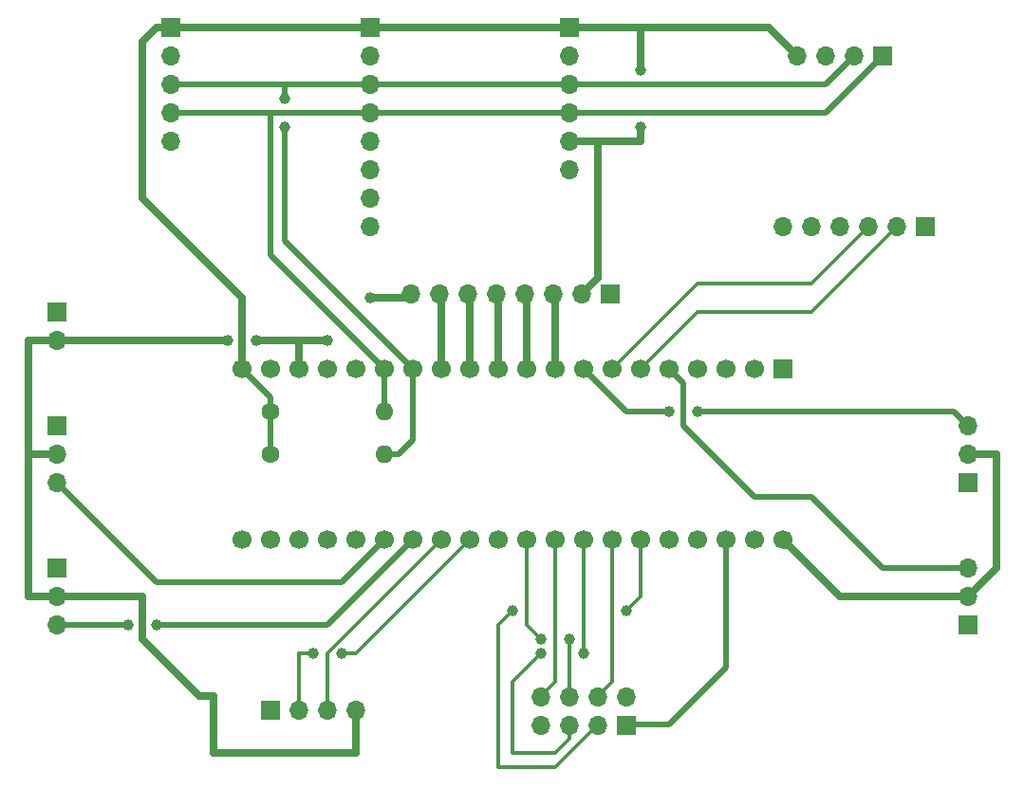
<source format=gbr>
%TF.GenerationSoftware,KiCad,Pcbnew,(6.0.8)*%
%TF.CreationDate,2022-12-03T20:58:23+01:00*%
%TF.ProjectId,f411,66343131-2e6b-4696-9361-645f70636258,V01*%
%TF.SameCoordinates,Original*%
%TF.FileFunction,Copper,L1,Top*%
%TF.FilePolarity,Positive*%
%FSLAX46Y46*%
G04 Gerber Fmt 4.6, Leading zero omitted, Abs format (unit mm)*
G04 Created by KiCad (PCBNEW (6.0.8)) date 2022-12-03 20:58:23*
%MOMM*%
%LPD*%
G01*
G04 APERTURE LIST*
%TA.AperFunction,ComponentPad*%
%ADD10C,1.700000*%
%TD*%
%TA.AperFunction,ComponentPad*%
%ADD11R,1.700000X1.700000*%
%TD*%
%TA.AperFunction,ComponentPad*%
%ADD12O,1.700000X1.700000*%
%TD*%
%TA.AperFunction,ComponentPad*%
%ADD13C,1.600000*%
%TD*%
%TA.AperFunction,ComponentPad*%
%ADD14O,1.600000X1.600000*%
%TD*%
%TA.AperFunction,ViaPad*%
%ADD15C,1.000000*%
%TD*%
%TA.AperFunction,Conductor*%
%ADD16C,0.700000*%
%TD*%
%TA.AperFunction,Conductor*%
%ADD17C,0.500000*%
%TD*%
%TA.AperFunction,Conductor*%
%ADD18C,0.300000*%
%TD*%
G04 APERTURE END LIST*
D10*
%TO.P,U1,40,5V*%
%TO.N,+5V*%
X148590000Y-124460000D03*
%TO.P,U1,39,GND*%
%TO.N,GND*%
X146050000Y-124460000D03*
%TO.P,U1,38,3V3*%
%TO.N,+3.3V*%
X143510000Y-124460000D03*
%TO.P,U1,37,PB10*%
%TO.N,unconnected-(U1-Pad37)*%
X140970000Y-124460000D03*
%TO.P,U1,36,PB2*%
%TO.N,unconnected-(U1-Pad36)*%
X138430000Y-124460000D03*
%TO.P,U1,35,PB1*%
%TO.N,Net-(U1-Pad35)*%
X135890000Y-124460000D03*
%TO.P,U1,34,PB0*%
%TO.N,Net-(U1-Pad34)*%
X133350000Y-124460000D03*
%TO.P,U1,33,PA7*%
%TO.N,Net-(U1-Pad33)*%
X130810000Y-124460000D03*
%TO.P,U1,32,PA6*%
%TO.N,Net-(U1-Pad32)*%
X128270000Y-124460000D03*
%TO.P,U1,31,PA5*%
%TO.N,Net-(U1-Pad31)*%
X125730000Y-124460000D03*
%TO.P,U1,30,PA4*%
%TO.N,unconnected-(U1-Pad30)*%
X123190000Y-124460000D03*
%TO.P,U1,29,PA3*%
%TO.N,Net-(J8-Pad2)*%
X120650000Y-124460000D03*
%TO.P,U1,28,PA2*%
%TO.N,Net-(J8-Pad3)*%
X118110000Y-124460000D03*
%TO.P,U1,27,PA1*%
%TO.N,Net-(J1-Pad3)*%
X115570000Y-124460000D03*
%TO.P,U1,26,PA0*%
%TO.N,Net-(J2-Pad3)*%
X113030000Y-124460000D03*
%TO.P,U1,25,RES*%
%TO.N,unconnected-(U1-Pad25)*%
X110490000Y-124460000D03*
%TO.P,U1,24,PC15*%
%TO.N,unconnected-(U1-Pad24)*%
X107950000Y-124460000D03*
%TO.P,U1,23,PC14*%
%TO.N,unconnected-(U1-Pad23)*%
X105410000Y-124460000D03*
%TO.P,U1,22,PC13*%
%TO.N,unconnected-(U1-Pad22)*%
X102870000Y-124460000D03*
%TO.P,U1,21,VBat*%
%TO.N,unconnected-(U1-Pad21)*%
X100330000Y-124460000D03*
%TO.P,U1,20,3V3*%
%TO.N,+3.3V*%
X100330000Y-109220000D03*
%TO.P,U1,19,GND*%
%TO.N,GND*%
X102870000Y-109220000D03*
%TO.P,U1,18,5V*%
%TO.N,+5V*%
X105410000Y-109220000D03*
%TO.P,U1,17,PB9*%
%TO.N,unconnected-(U1-Pad17)*%
X107950000Y-109220000D03*
%TO.P,U1,16,PB8*%
%TO.N,unconnected-(U1-Pad16)*%
X110490000Y-109220000D03*
%TO.P,U1,15,PB7*%
%TO.N,Net-(J10-Pad4)*%
X113030000Y-109220000D03*
%TO.P,U1,14,PB6*%
%TO.N,Net-(J10-Pad3)*%
X115570000Y-109220000D03*
%TO.P,U1,13,PB5*%
%TO.N,Net-(J14-Pad7)*%
X118110000Y-109220000D03*
%TO.P,U1,12,PB4*%
%TO.N,Net-(J14-Pad6)*%
X120650000Y-109220000D03*
%TO.P,U1,11,PB3*%
%TO.N,Net-(J14-Pad5)*%
X123190000Y-109220000D03*
%TO.P,U1,10,PA15*%
%TO.N,Net-(J14-Pad4)*%
X125730000Y-109220000D03*
%TO.P,U1,9,PA12*%
%TO.N,Net-(J14-Pad3)*%
X128270000Y-109220000D03*
%TO.P,U1,8,PA11*%
%TO.N,Net-(J9-Pad3)*%
X130810000Y-109220000D03*
%TO.P,U1,7,PA10*%
%TO.N,Net-(J4-Pad3)*%
X133350000Y-109220000D03*
%TO.P,U1,6,PA9*%
%TO.N,Net-(J4-Pad2)*%
X135890000Y-109220000D03*
%TO.P,U1,5,PA8*%
%TO.N,Net-(J3-Pad3)*%
X138430000Y-109220000D03*
%TO.P,U1,4,PB15*%
%TO.N,unconnected-(U1-Pad4)*%
X140970000Y-109220000D03*
%TO.P,U1,3,PB14*%
%TO.N,unconnected-(U1-Pad3)*%
X143510000Y-109220000D03*
%TO.P,U1,2,PB13*%
%TO.N,unconnected-(U1-Pad2)*%
X146050000Y-109220000D03*
D11*
%TO.P,U1,1,PB12*%
%TO.N,unconnected-(U1-Pad1)*%
X148590000Y-109220000D03*
%TD*%
%TO.P,J6,1,Pin_1*%
%TO.N,+3.3V*%
X134620000Y-140990000D03*
D12*
%TO.P,J6,2,Pin_2*%
%TO.N,GND*%
X134620000Y-138450000D03*
%TO.P,J6,3,Pin_3*%
%TO.N,Net-(U1-Pad35)*%
X132080000Y-140990000D03*
%TO.P,J6,4,Pin_4*%
%TO.N,Net-(U1-Pad34)*%
X132080000Y-138450000D03*
%TO.P,J6,5,Pin_5*%
%TO.N,Net-(U1-Pad33)*%
X129540000Y-140990000D03*
%TO.P,J6,6,Pin_6*%
%TO.N,Net-(U1-Pad31)*%
X129540000Y-138450000D03*
%TO.P,J6,7,Pin_7*%
%TO.N,unconnected-(J6-Pad7)*%
X127000000Y-140990000D03*
%TO.P,J6,8,Pin_8*%
%TO.N,Net-(U1-Pad32)*%
X127000000Y-138450000D03*
%TD*%
D11*
%TO.P,J13,1,Pin_1*%
%TO.N,Net-(J10-Pad4)*%
X157480000Y-81280000D03*
D12*
%TO.P,J13,2,Pin_2*%
%TO.N,Net-(J10-Pad3)*%
X154940000Y-81280000D03*
%TO.P,J13,3,Pin_3*%
%TO.N,GND*%
X152400000Y-81280000D03*
%TO.P,J13,4,Pin_4*%
%TO.N,+3.3V*%
X149860000Y-81280000D03*
%TD*%
D11*
%TO.P,J2,1,Pin_1*%
%TO.N,GND*%
X83820000Y-114300000D03*
D12*
%TO.P,J2,2,Pin_2*%
%TO.N,+5V*%
X83820000Y-116840000D03*
%TO.P,J2,3,Pin_3*%
%TO.N,Net-(J2-Pad3)*%
X83820000Y-119380000D03*
%TD*%
D11*
%TO.P,J5,1,Pin_1*%
%TO.N,GND*%
X83820000Y-104140000D03*
D12*
%TO.P,J5,2,Pin_2*%
%TO.N,+5V*%
X83820000Y-106680000D03*
%TD*%
D11*
%TO.P,J11,1,Pin_1*%
%TO.N,+3.3V*%
X111760000Y-78740000D03*
D12*
%TO.P,J11,2,Pin_2*%
%TO.N,GND*%
X111760000Y-81280000D03*
%TO.P,J11,3,Pin_3*%
%TO.N,Net-(J10-Pad3)*%
X111760000Y-83820000D03*
%TO.P,J11,4,Pin_4*%
%TO.N,Net-(J10-Pad4)*%
X111760000Y-86360000D03*
%TO.P,J11,5,Pin_5*%
%TO.N,unconnected-(J11-Pad5)*%
X111760000Y-88900000D03*
%TO.P,J11,6,Pin_6*%
%TO.N,unconnected-(J11-Pad6)*%
X111760000Y-91440000D03*
%TO.P,J11,7,Pin_7*%
%TO.N,unconnected-(J11-Pad7)*%
X111760000Y-93980000D03*
%TO.P,J11,8,Pin_8*%
%TO.N,unconnected-(J11-Pad8)*%
X111760000Y-96520000D03*
%TD*%
D11*
%TO.P,J12,1,Pin_1*%
%TO.N,+3.3V*%
X129540000Y-78740000D03*
D12*
%TO.P,J12,2,Pin_2*%
%TO.N,GND*%
X129540000Y-81280000D03*
%TO.P,J12,3,Pin_3*%
%TO.N,Net-(J10-Pad3)*%
X129540000Y-83820000D03*
%TO.P,J12,4,Pin_4*%
%TO.N,Net-(J10-Pad4)*%
X129540000Y-86360000D03*
%TO.P,J12,5,Pin_5*%
%TO.N,+3.3V*%
X129540000Y-88900000D03*
%TO.P,J12,6,Pin_6*%
%TO.N,GND*%
X129540000Y-91440000D03*
%TD*%
D11*
%TO.P,J10,1,Pin_1*%
%TO.N,+3.3V*%
X93980000Y-78740000D03*
D12*
%TO.P,J10,2,Pin_2*%
%TO.N,GND*%
X93980000Y-81280000D03*
%TO.P,J10,3,Pin_3*%
%TO.N,Net-(J10-Pad3)*%
X93980000Y-83820000D03*
%TO.P,J10,4,Pin_4*%
%TO.N,Net-(J10-Pad4)*%
X93980000Y-86360000D03*
%TO.P,J10,5,Pin_5*%
%TO.N,unconnected-(J10-Pad5)*%
X93980000Y-88900000D03*
%TD*%
D11*
%TO.P,J3,1,Pin_1*%
%TO.N,GND*%
X165100000Y-132080000D03*
D12*
%TO.P,J3,2,Pin_2*%
%TO.N,+5V*%
X165100000Y-129540000D03*
%TO.P,J3,3,Pin_3*%
%TO.N,Net-(J3-Pad3)*%
X165100000Y-127000000D03*
%TD*%
D11*
%TO.P,J4,1,Pin_1*%
%TO.N,unconnected-(J4-Pad1)*%
X161290000Y-96520000D03*
D12*
%TO.P,J4,2,Pin_2*%
%TO.N,Net-(J4-Pad2)*%
X158750000Y-96520000D03*
%TO.P,J4,3,Pin_3*%
%TO.N,Net-(J4-Pad3)*%
X156210000Y-96520000D03*
%TO.P,J4,4,Pin_4*%
%TO.N,unconnected-(J4-Pad4)*%
X153670000Y-96520000D03*
%TO.P,J4,5,Pin_5*%
%TO.N,unconnected-(J4-Pad5)*%
X151130000Y-96520000D03*
%TO.P,J4,6,Pin_6*%
%TO.N,GND*%
X148590000Y-96520000D03*
%TD*%
D11*
%TO.P,J8,1,Pin_1*%
%TO.N,GND*%
X102880000Y-139700000D03*
D12*
%TO.P,J8,2,Pin_2*%
%TO.N,Net-(J8-Pad2)*%
X105420000Y-139700000D03*
%TO.P,J8,3,Pin_3*%
%TO.N,Net-(J8-Pad3)*%
X107960000Y-139700000D03*
%TO.P,J8,4,Pin_4*%
%TO.N,+5V*%
X110500000Y-139700000D03*
%TD*%
D13*
%TO.P,R10k1,1*%
%TO.N,+3.3V*%
X102870000Y-113030000D03*
D14*
%TO.P,R10k1,2*%
%TO.N,Net-(J10-Pad4)*%
X113030000Y-113030000D03*
%TD*%
D11*
%TO.P,J9,1,Pin_1*%
%TO.N,GND*%
X165100000Y-119380000D03*
D12*
%TO.P,J9,2,Pin_2*%
%TO.N,+5V*%
X165100000Y-116840000D03*
%TO.P,J9,3,Pin_3*%
%TO.N,Net-(J9-Pad3)*%
X165100000Y-114300000D03*
%TD*%
D13*
%TO.P,R10k2,1*%
%TO.N,+3.3V*%
X102870000Y-116840000D03*
D14*
%TO.P,R10k2,2*%
%TO.N,Net-(J10-Pad3)*%
X113030000Y-116840000D03*
%TD*%
D11*
%TO.P,J1,1,Pin_1*%
%TO.N,GND*%
X83820000Y-127000000D03*
D12*
%TO.P,J1,2,Pin_2*%
%TO.N,+5V*%
X83820000Y-129540000D03*
%TO.P,J1,3,Pin_3*%
%TO.N,Net-(J1-Pad3)*%
X83820000Y-132080000D03*
%TD*%
D11*
%TO.P,J14,1,Pin_1*%
%TO.N,GND*%
X133197600Y-102463600D03*
D12*
%TO.P,J14,2,Pin_2*%
%TO.N,+3.3V*%
X130657600Y-102463600D03*
%TO.P,J14,3,Pin_3*%
%TO.N,Net-(J14-Pad3)*%
X128117600Y-102463600D03*
%TO.P,J14,4,Pin_4*%
%TO.N,Net-(J14-Pad4)*%
X125577600Y-102463600D03*
%TO.P,J14,5,Pin_5*%
%TO.N,Net-(J14-Pad5)*%
X123037600Y-102463600D03*
%TO.P,J14,6,Pin_6*%
%TO.N,Net-(J14-Pad6)*%
X120497600Y-102463600D03*
%TO.P,J14,7,Pin_7*%
%TO.N,Net-(J14-Pad7)*%
X117957600Y-102463600D03*
%TO.P,J14,8,Pin_8*%
%TO.N,+5V*%
X115417600Y-102463600D03*
%TD*%
D15*
%TO.N,+5V*%
X111760000Y-102870000D03*
X107950000Y-106680000D03*
X101600000Y-106680000D03*
X99060000Y-106680000D03*
%TO.N,+3.3V*%
X135890000Y-82550000D03*
X135890000Y-87630000D03*
%TO.N,Net-(J9-Pad3)*%
X140970000Y-113030000D03*
%TO.N,Net-(J8-Pad2)*%
X106680000Y-134620000D03*
X109220000Y-134620000D03*
%TO.N,Net-(J1-Pad3)*%
X92710000Y-132080000D03*
X90170000Y-132080000D03*
%TO.N,Net-(U1-Pad35)*%
X134620000Y-130810000D03*
X124460000Y-130810000D03*
%TO.N,Net-(U1-Pad33)*%
X130810000Y-134620000D03*
X127000000Y-134620000D03*
%TO.N,Net-(U1-Pad31)*%
X127000000Y-133350000D03*
X129540000Y-133350000D03*
%TO.N,Net-(J10-Pad3)*%
X104140000Y-85090000D03*
X104140000Y-87630000D03*
%TO.N,Net-(J9-Pad3)*%
X138430000Y-113030000D03*
%TD*%
D16*
%TO.N,+5V*%
X153670000Y-129540000D02*
X148590000Y-124460000D01*
X115011200Y-102870000D02*
X115417600Y-102463600D01*
X111760000Y-102870000D02*
X115011200Y-102870000D01*
X148590000Y-124714000D02*
X148844000Y-124968000D01*
X148590000Y-124460000D02*
X148590000Y-124714000D01*
D17*
%TO.N,+3.3V*%
X102870000Y-113030000D02*
X102870000Y-116840000D01*
%TO.N,Net-(J10-Pad3)*%
X114300000Y-116840000D02*
X113030000Y-116840000D01*
X115570000Y-115570000D02*
X114300000Y-116840000D01*
X115570000Y-109220000D02*
X115570000Y-115570000D01*
%TO.N,+3.3V*%
X138405000Y-140945000D02*
X138430000Y-140970000D01*
X143510000Y-135890000D02*
X143510000Y-124460000D01*
X134630000Y-140945000D02*
X138405000Y-140945000D01*
X138430000Y-140970000D02*
X143510000Y-135890000D01*
D18*
%TO.N,Net-(U1-Pad31)*%
X129530000Y-133360000D02*
X129530000Y-138405000D01*
X129540000Y-133350000D02*
X129530000Y-133360000D01*
D16*
%TO.N,+5V*%
X105410000Y-106680000D02*
X107950000Y-106680000D01*
X105410000Y-106680000D02*
X105410000Y-109220000D01*
X101600000Y-106680000D02*
X105410000Y-106680000D01*
X92710000Y-106680000D02*
X99060000Y-106680000D01*
X90170000Y-106680000D02*
X92710000Y-106680000D01*
%TO.N,+3.3V*%
X135890000Y-82550000D02*
X135890000Y-78740000D01*
X135890000Y-88900000D02*
X135890000Y-87630000D01*
D17*
%TO.N,Net-(J9-Pad3)*%
X144780000Y-113030000D02*
X140970000Y-113030000D01*
%TO.N,Net-(J3-Pad3)*%
X157480000Y-127000000D02*
X165100000Y-127000000D01*
X151130000Y-120650000D02*
X157480000Y-127000000D01*
X146050000Y-120650000D02*
X151130000Y-120650000D01*
X139700000Y-114300000D02*
X146050000Y-120650000D01*
X139700000Y-110490000D02*
X139700000Y-114300000D01*
X138430000Y-109220000D02*
X139700000Y-110490000D01*
D18*
%TO.N,Net-(J8-Pad2)*%
X110490000Y-134620000D02*
X120650000Y-124460000D01*
X109220000Y-134620000D02*
X110490000Y-134620000D01*
X105410000Y-134620000D02*
X106680000Y-134620000D01*
D17*
%TO.N,Net-(J1-Pad3)*%
X107950000Y-132080000D02*
X115570000Y-124460000D01*
X92710000Y-132080000D02*
X107950000Y-132080000D01*
X88900000Y-132080000D02*
X90170000Y-132080000D01*
D16*
%TO.N,+5V*%
X96520000Y-138430000D02*
X97790000Y-138430000D01*
X91440000Y-133350000D02*
X96520000Y-138430000D01*
X91440000Y-129540000D02*
X91440000Y-133350000D01*
X88900000Y-129540000D02*
X91440000Y-129540000D01*
D18*
%TO.N,Net-(U1-Pad35)*%
X134620000Y-130810000D02*
X135890000Y-129540000D01*
X135890000Y-129540000D02*
X135890000Y-127000000D01*
X123190000Y-132080000D02*
X124460000Y-130810000D01*
X123190000Y-144780000D02*
X123190000Y-132080000D01*
%TO.N,Net-(U1-Pad33)*%
X124460000Y-143510000D02*
X128270000Y-143510000D01*
X127000000Y-134620000D02*
X124460000Y-137160000D01*
X130810000Y-128270000D02*
X130810000Y-134620000D01*
X124460000Y-137160000D02*
X124460000Y-143510000D01*
D16*
%TO.N,+5V*%
X167640000Y-116840000D02*
X165100000Y-116840000D01*
X83820000Y-129540000D02*
X88900000Y-129540000D01*
X110500000Y-143500000D02*
X110500000Y-139700000D01*
X83820000Y-116840000D02*
X81280000Y-116840000D01*
X81280000Y-129540000D02*
X83820000Y-129540000D01*
X81280000Y-106680000D02*
X83820000Y-106680000D01*
X97790000Y-143510000D02*
X110490000Y-143510000D01*
X81280000Y-116840000D02*
X81280000Y-129540000D01*
X83820000Y-106680000D02*
X90170000Y-106680000D01*
X165100000Y-129540000D02*
X167640000Y-127000000D01*
X153670000Y-129540000D02*
X165100000Y-129540000D01*
X167640000Y-127000000D02*
X167640000Y-116840000D01*
X81280000Y-116840000D02*
X81280000Y-106680000D01*
X97790000Y-138430000D02*
X97790000Y-143510000D01*
X110490000Y-143510000D02*
X110500000Y-143500000D01*
D17*
%TO.N,Net-(J1-Pad3)*%
X87630000Y-132080000D02*
X88900000Y-132080000D01*
X83820000Y-132080000D02*
X87630000Y-132080000D01*
%TO.N,Net-(J2-Pad3)*%
X109220000Y-128270000D02*
X113030000Y-124460000D01*
X83820000Y-119380000D02*
X92710000Y-128270000D01*
X92710000Y-128270000D02*
X109220000Y-128270000D01*
D18*
%TO.N,Net-(U1-Pad33)*%
X128270000Y-143510000D02*
X129550000Y-142230000D01*
X130810000Y-124460000D02*
X130810000Y-128270000D01*
X129550000Y-142230000D02*
X129550000Y-140945000D01*
%TO.N,Net-(U1-Pad35)*%
X123190000Y-144780000D02*
X128255000Y-144780000D01*
X135890000Y-124460000D02*
X135890000Y-127000000D01*
X128255000Y-144780000D02*
X132090000Y-140945000D01*
%TO.N,Net-(U1-Pad34)*%
X133350000Y-137125000D02*
X132070000Y-138405000D01*
X133350000Y-124460000D02*
X133350000Y-137125000D01*
%TO.N,Net-(U1-Pad31)*%
X125730000Y-132080000D02*
X127000000Y-133350000D01*
X125730000Y-124460000D02*
X125730000Y-132080000D01*
%TO.N,Net-(U1-Pad32)*%
X128270000Y-137125000D02*
X126990000Y-138405000D01*
X128270000Y-124460000D02*
X128270000Y-137125000D01*
%TO.N,Net-(J8-Pad3)*%
X107960000Y-134610000D02*
X107960000Y-139700000D01*
X118110000Y-124460000D02*
X107960000Y-134610000D01*
D17*
%TO.N,+3.3V*%
X102870000Y-111760000D02*
X100330000Y-109220000D01*
D16*
X132080000Y-101041200D02*
X132080000Y-88900000D01*
X91440000Y-80010000D02*
X92710000Y-78740000D01*
X129540000Y-78740000D02*
X140970000Y-78740000D01*
D17*
X135890000Y-78740000D02*
X134620000Y-78740000D01*
D16*
X91440000Y-93980000D02*
X91440000Y-80010000D01*
X100330000Y-102870000D02*
X91440000Y-93980000D01*
X111760000Y-78740000D02*
X129540000Y-78740000D01*
D17*
X102870000Y-113030000D02*
X102870000Y-111760000D01*
D16*
X100330000Y-109220000D02*
X100330000Y-102870000D01*
X140970000Y-78740000D02*
X147320000Y-78740000D01*
X147320000Y-78740000D02*
X149860000Y-81280000D01*
X132080000Y-88900000D02*
X135890000Y-88900000D01*
X99060000Y-78740000D02*
X111760000Y-78740000D01*
X92710000Y-78740000D02*
X99060000Y-78740000D01*
X132080000Y-88900000D02*
X129540000Y-88900000D01*
X130657600Y-102463600D02*
X132080000Y-101041200D01*
D17*
%TO.N,Net-(J10-Pad3)*%
X129540000Y-83820000D02*
X152400000Y-83820000D01*
X105410000Y-83820000D02*
X111760000Y-83820000D01*
X105410000Y-83820000D02*
X93980000Y-83820000D01*
X152400000Y-83820000D02*
X154940000Y-81280000D01*
X129540000Y-83820000D02*
X111760000Y-83820000D01*
X104140000Y-97790000D02*
X104140000Y-88900000D01*
X104140000Y-83820000D02*
X104140000Y-85090000D01*
X105410000Y-83820000D02*
X104140000Y-83820000D01*
X115570000Y-109220000D02*
X104140000Y-97790000D01*
X104140000Y-88900000D02*
X104140000Y-87630000D01*
%TO.N,Net-(J10-Pad4)*%
X102870000Y-86360000D02*
X111760000Y-86360000D01*
X113030000Y-109220000D02*
X102870000Y-99060000D01*
X129540000Y-86360000D02*
X152400000Y-86360000D01*
X102870000Y-99060000D02*
X102870000Y-86360000D01*
X111760000Y-86360000D02*
X129540000Y-86360000D01*
X152400000Y-86360000D02*
X157480000Y-81280000D01*
X102870000Y-86360000D02*
X93980000Y-86360000D01*
X113030000Y-113030000D02*
X113030000Y-109220000D01*
D18*
%TO.N,Net-(J4-Pad3)*%
X151130000Y-101550000D02*
X151180000Y-101550000D01*
X151130000Y-101550000D02*
X151130000Y-101600000D01*
X151180000Y-101550000D02*
X156210000Y-96520000D01*
X151130000Y-101600000D02*
X140970000Y-101600000D01*
X140970000Y-101600000D02*
X133350000Y-109220000D01*
%TO.N,Net-(J4-Pad2)*%
X151130000Y-104140000D02*
X158750000Y-96520000D01*
X135890000Y-109220000D02*
X140970000Y-104140000D01*
X140970000Y-104140000D02*
X151130000Y-104140000D01*
%TO.N,Net-(J8-Pad2)*%
X105410000Y-134620000D02*
X105420000Y-134630000D01*
X105420000Y-134630000D02*
X105420000Y-139700000D01*
D17*
%TO.N,Net-(J9-Pad3)*%
X163830000Y-113030000D02*
X165100000Y-114300000D01*
X134620000Y-113030000D02*
X138430000Y-113030000D01*
X144780000Y-113030000D02*
X163830000Y-113030000D01*
X130810000Y-109220000D02*
X134620000Y-113030000D01*
D16*
%TO.N,Net-(J14-Pad7)*%
X118110000Y-102616000D02*
X117957600Y-102463600D01*
X118110000Y-109220000D02*
X118110000Y-102616000D01*
%TO.N,Net-(J14-Pad6)*%
X120650000Y-109220000D02*
X120650000Y-102616000D01*
X120650000Y-102616000D02*
X120497600Y-102463600D01*
%TO.N,Net-(J14-Pad5)*%
X123190000Y-109220000D02*
X123190000Y-102616000D01*
X123190000Y-102616000D02*
X123037600Y-102463600D01*
%TO.N,Net-(J14-Pad4)*%
X125730000Y-102616000D02*
X125577600Y-102463600D01*
X125730000Y-109220000D02*
X125730000Y-102616000D01*
%TO.N,Net-(J14-Pad3)*%
X128270000Y-109220000D02*
X128270000Y-102616000D01*
X128270000Y-102616000D02*
X128117600Y-102463600D01*
%TD*%
M02*

</source>
